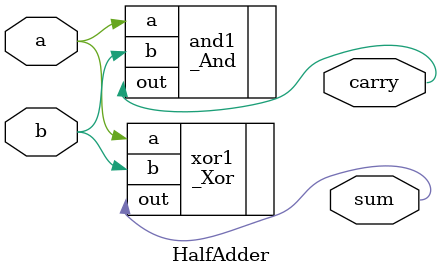
<source format=sv>
`default_nettype none
module HalfAdder(
	input wire a,		// 値１
	input wire b,		// 値２
	output wire sum,	// 結果
	output wire carry);	// キャリーフラグ
 
	_Xor xor1(.a(a), .b(b), .out(sum));
	_And and1(.a(a), .b(b), .out(carry));
endmodule

</source>
